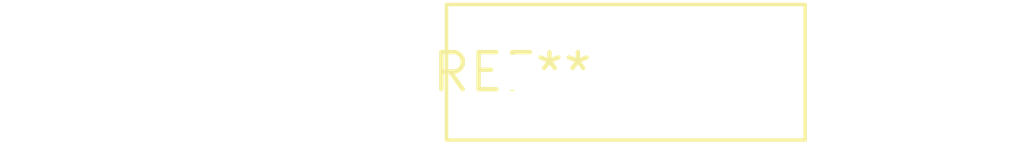
<source format=kicad_pcb>
(kicad_pcb (version 20240108) (generator pcbnew)
  (layers (0 "F.Cu" signal) (31 "B.Cu" signal) (34 "B.Paste" user) (35 "F.Paste" user) (36 "B.SilkS" user "B.Silkscreen") (37 "F.SilkS" user "F.Silkscreen") (38 "B.Mask" user) (39 "F.Mask" user) (44 "Edge.Cuts" user))
  (net 0 "")
  (footprint "C_Disc_D12.0mm_W4.4mm_P7.75mm" (layer "F.Cu") (at 0 0)
    (property "Reference" "REF**")
    (property "Value" "C_Disc_D12.0mm_W4.4mm_P7.75mm")
    (fp_line (start -2.245 -2.321) (end -2.245 2.321) (layer "F.SilkS") (stroke (width 0.12)))
    (fp_line (start -2.245 -2.321) (end 9.995 -2.321) (layer "F.SilkS") (stroke (width 0.12)))
    (fp_line (start -2.245 2.321) (end 9.995 2.321) (layer "F.SilkS") (stroke (width 0.12)))
    (fp_line (start 9.995 -2.321) (end 9.995 2.321) (layer "F.SilkS") (stroke (width 0.12)))
    (pad "1" thru_hole circle (at 0 0) (size 2.4 2.4) (drill 1.2) (layers *.Cu *.Mask) (remove_unused_layers))
    (pad "2" thru_hole circle (at 7.75 0) (size 2.4 2.4) (drill 1.2) (layers *.Cu *.Mask) (remove_unused_layers))
  )
)
</source>
